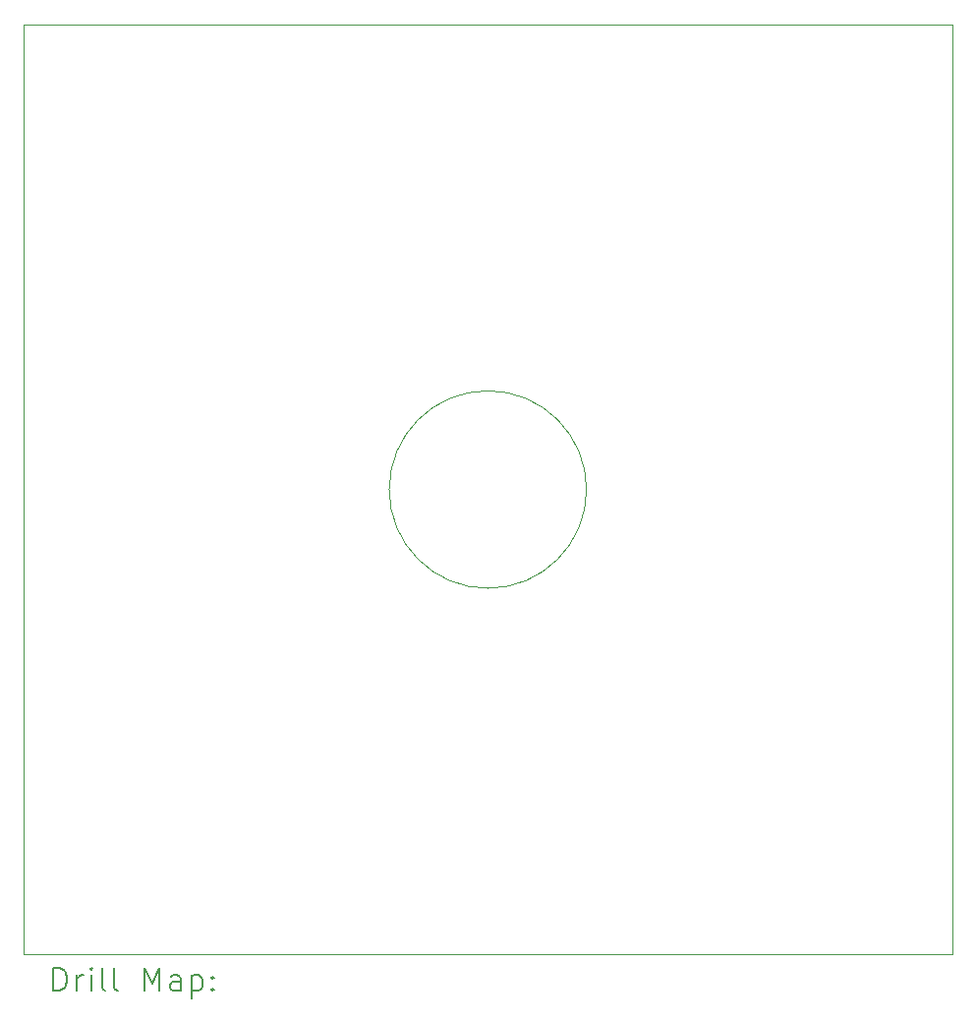
<source format=gbr>
%TF.GenerationSoftware,KiCad,Pcbnew,8.0.4*%
%TF.CreationDate,2025-02-04T16:43:17-05:00*%
%TF.ProjectId,potencia_cubesat,706f7465-6e63-4696-915f-637562657361,rev?*%
%TF.SameCoordinates,Original*%
%TF.FileFunction,Drillmap*%
%TF.FilePolarity,Positive*%
%FSLAX45Y45*%
G04 Gerber Fmt 4.5, Leading zero omitted, Abs format (unit mm)*
G04 Created by KiCad (PCBNEW 8.0.4) date 2025-02-04 16:43:17*
%MOMM*%
%LPD*%
G01*
G04 APERTURE LIST*
%ADD10C,0.050000*%
%ADD11C,0.200000*%
G04 APERTURE END LIST*
D10*
X50000Y8050000D02*
X8050000Y8050000D01*
X8050000Y50000D01*
X50000Y50000D01*
X50000Y8050000D01*
X4900000Y4050000D02*
G75*
G02*
X3200000Y4050000I-850000J0D01*
G01*
X3200000Y4050000D02*
G75*
G02*
X4900000Y4050000I850000J0D01*
G01*
D11*
X308277Y-263984D02*
X308277Y-63984D01*
X308277Y-63984D02*
X355896Y-63984D01*
X355896Y-63984D02*
X384467Y-73508D01*
X384467Y-73508D02*
X403515Y-92555D01*
X403515Y-92555D02*
X413039Y-111603D01*
X413039Y-111603D02*
X422562Y-149698D01*
X422562Y-149698D02*
X422562Y-178269D01*
X422562Y-178269D02*
X413039Y-216365D01*
X413039Y-216365D02*
X403515Y-235412D01*
X403515Y-235412D02*
X384467Y-254460D01*
X384467Y-254460D02*
X355896Y-263984D01*
X355896Y-263984D02*
X308277Y-263984D01*
X508277Y-263984D02*
X508277Y-130650D01*
X508277Y-168746D02*
X517801Y-149698D01*
X517801Y-149698D02*
X527324Y-140174D01*
X527324Y-140174D02*
X546372Y-130650D01*
X546372Y-130650D02*
X565420Y-130650D01*
X632086Y-263984D02*
X632086Y-130650D01*
X632086Y-63984D02*
X622563Y-73508D01*
X622563Y-73508D02*
X632086Y-83031D01*
X632086Y-83031D02*
X641610Y-73508D01*
X641610Y-73508D02*
X632086Y-63984D01*
X632086Y-63984D02*
X632086Y-83031D01*
X755896Y-263984D02*
X736848Y-254460D01*
X736848Y-254460D02*
X727324Y-235412D01*
X727324Y-235412D02*
X727324Y-63984D01*
X860658Y-263984D02*
X841610Y-254460D01*
X841610Y-254460D02*
X832086Y-235412D01*
X832086Y-235412D02*
X832086Y-63984D01*
X1089229Y-263984D02*
X1089229Y-63984D01*
X1089229Y-63984D02*
X1155896Y-206841D01*
X1155896Y-206841D02*
X1222563Y-63984D01*
X1222563Y-63984D02*
X1222563Y-263984D01*
X1403515Y-263984D02*
X1403515Y-159222D01*
X1403515Y-159222D02*
X1393991Y-140174D01*
X1393991Y-140174D02*
X1374944Y-130650D01*
X1374944Y-130650D02*
X1336848Y-130650D01*
X1336848Y-130650D02*
X1317801Y-140174D01*
X1403515Y-254460D02*
X1384467Y-263984D01*
X1384467Y-263984D02*
X1336848Y-263984D01*
X1336848Y-263984D02*
X1317801Y-254460D01*
X1317801Y-254460D02*
X1308277Y-235412D01*
X1308277Y-235412D02*
X1308277Y-216365D01*
X1308277Y-216365D02*
X1317801Y-197317D01*
X1317801Y-197317D02*
X1336848Y-187793D01*
X1336848Y-187793D02*
X1384467Y-187793D01*
X1384467Y-187793D02*
X1403515Y-178269D01*
X1498753Y-130650D02*
X1498753Y-330650D01*
X1498753Y-140174D02*
X1517801Y-130650D01*
X1517801Y-130650D02*
X1555896Y-130650D01*
X1555896Y-130650D02*
X1574943Y-140174D01*
X1574943Y-140174D02*
X1584467Y-149698D01*
X1584467Y-149698D02*
X1593991Y-168746D01*
X1593991Y-168746D02*
X1593991Y-225888D01*
X1593991Y-225888D02*
X1584467Y-244936D01*
X1584467Y-244936D02*
X1574943Y-254460D01*
X1574943Y-254460D02*
X1555896Y-263984D01*
X1555896Y-263984D02*
X1517801Y-263984D01*
X1517801Y-263984D02*
X1498753Y-254460D01*
X1679705Y-244936D02*
X1689229Y-254460D01*
X1689229Y-254460D02*
X1679705Y-263984D01*
X1679705Y-263984D02*
X1670182Y-254460D01*
X1670182Y-254460D02*
X1679705Y-244936D01*
X1679705Y-244936D02*
X1679705Y-263984D01*
X1679705Y-140174D02*
X1689229Y-149698D01*
X1689229Y-149698D02*
X1679705Y-159222D01*
X1679705Y-159222D02*
X1670182Y-149698D01*
X1670182Y-149698D02*
X1679705Y-140174D01*
X1679705Y-140174D02*
X1679705Y-159222D01*
M02*

</source>
